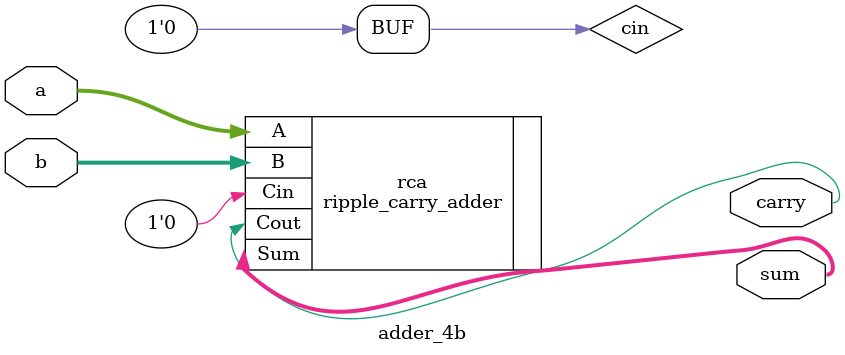
<source format=v>
`include "ripple_carry_adder.v"

module adder_4b(input [3:0] a,b,
                output [3:0] sum,
               output carry);
  wire cin = 1'b0;
  ripple_carry_adder #(.N(4),.model(1)) rca (.A(a), .B(b), .Cin(cin), .Sum(sum), .Cout(carry));
endmodule
</source>
